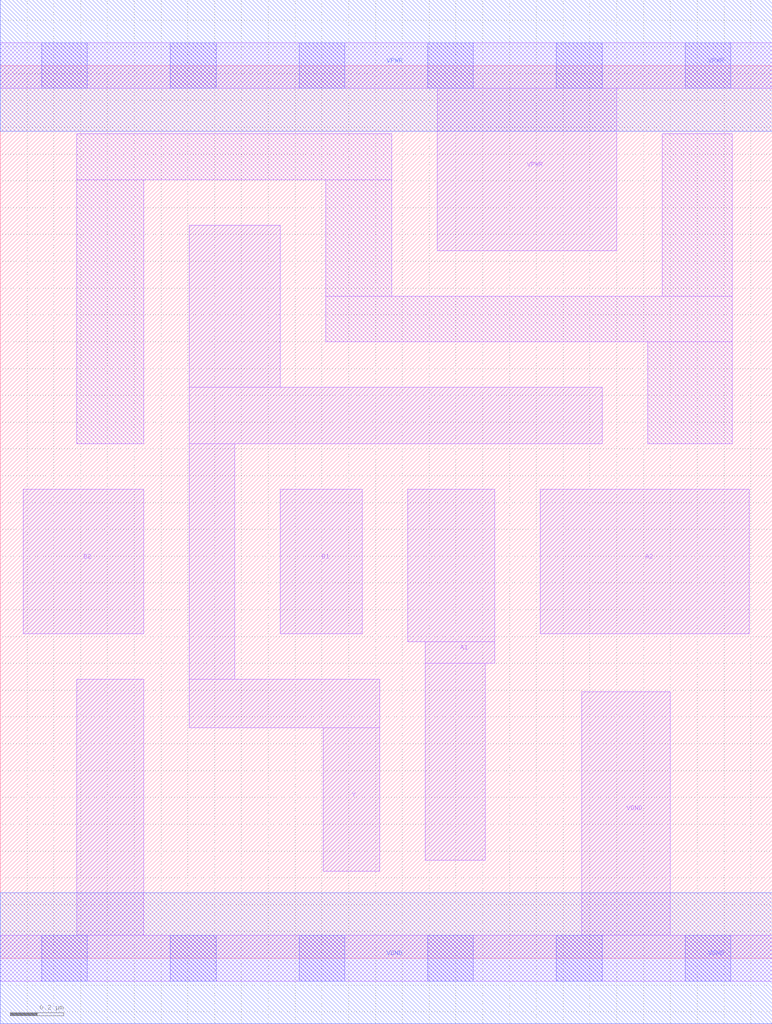
<source format=lef>
# Copyright 2020 The SkyWater PDK Authors
#
# Licensed under the Apache License, Version 2.0 (the "License");
# you may not use this file except in compliance with the License.
# You may obtain a copy of the License at
#
#     https://www.apache.org/licenses/LICENSE-2.0
#
# Unless required by applicable law or agreed to in writing, software
# distributed under the License is distributed on an "AS IS" BASIS,
# WITHOUT WARRANTIES OR CONDITIONS OF ANY KIND, either express or implied.
# See the License for the specific language governing permissions and
# limitations under the License.
#
# SPDX-License-Identifier: Apache-2.0

VERSION 5.7 ;
  NAMESCASESENSITIVE ON ;
  NOWIREEXTENSIONATPIN ON ;
  DIVIDERCHAR "/" ;
  BUSBITCHARS "[]" ;
UNITS
  DATABASE MICRONS 200 ;
END UNITS
MACRO sky130_fd_sc_lp__a22oi_1
  CLASS CORE ;
  SOURCE USER ;
  FOREIGN sky130_fd_sc_lp__a22oi_1 ;
  ORIGIN  0.000000  0.000000 ;
  SIZE  2.880000 BY  3.330000 ;
  SYMMETRY X Y R90 ;
  SITE unit ;
  PIN A1
    ANTENNAGATEAREA  0.315000 ;
    DIRECTION INPUT ;
    USE SIGNAL ;
    PORT
      LAYER li1 ;
        RECT 1.520000 1.180000 1.845000 1.750000 ;
        RECT 1.585000 0.365000 1.810000 1.100000 ;
        RECT 1.585000 1.100000 1.845000 1.180000 ;
    END
  END A1
  PIN A2
    ANTENNAGATEAREA  0.315000 ;
    DIRECTION INPUT ;
    USE SIGNAL ;
    PORT
      LAYER li1 ;
        RECT 2.015000 1.210000 2.795000 1.750000 ;
    END
  END A2
  PIN B1
    ANTENNAGATEAREA  0.315000 ;
    DIRECTION INPUT ;
    USE SIGNAL ;
    PORT
      LAYER li1 ;
        RECT 1.045000 1.210000 1.350000 1.750000 ;
    END
  END B1
  PIN B2
    ANTENNAGATEAREA  0.315000 ;
    DIRECTION INPUT ;
    USE SIGNAL ;
    PORT
      LAYER li1 ;
        RECT 0.085000 1.210000 0.535000 1.750000 ;
    END
  END B2
  PIN Y
    ANTENNADIFFAREA  0.693000 ;
    DIRECTION OUTPUT ;
    USE SIGNAL ;
    PORT
      LAYER li1 ;
        RECT 0.705000 0.860000 1.415000 1.040000 ;
        RECT 0.705000 1.040000 0.875000 1.920000 ;
        RECT 0.705000 1.920000 2.245000 2.130000 ;
        RECT 0.705000 2.130000 1.045000 2.735000 ;
        RECT 1.205000 0.325000 1.415000 0.860000 ;
    END
  END Y
  PIN VGND
    DIRECTION INOUT ;
    USE GROUND ;
    PORT
      LAYER li1 ;
        RECT 0.000000 -0.085000 2.880000 0.085000 ;
        RECT 0.285000  0.085000 0.535000 1.040000 ;
        RECT 2.170000  0.085000 2.500000 0.995000 ;
      LAYER mcon ;
        RECT 0.155000 -0.085000 0.325000 0.085000 ;
        RECT 0.635000 -0.085000 0.805000 0.085000 ;
        RECT 1.115000 -0.085000 1.285000 0.085000 ;
        RECT 1.595000 -0.085000 1.765000 0.085000 ;
        RECT 2.075000 -0.085000 2.245000 0.085000 ;
        RECT 2.555000 -0.085000 2.725000 0.085000 ;
      LAYER met1 ;
        RECT 0.000000 -0.245000 2.880000 0.245000 ;
    END
  END VGND
  PIN VPWR
    DIRECTION INOUT ;
    USE POWER ;
    PORT
      LAYER li1 ;
        RECT 0.000000 3.245000 2.880000 3.415000 ;
        RECT 1.630000 2.640000 2.300000 3.245000 ;
      LAYER mcon ;
        RECT 0.155000 3.245000 0.325000 3.415000 ;
        RECT 0.635000 3.245000 0.805000 3.415000 ;
        RECT 1.115000 3.245000 1.285000 3.415000 ;
        RECT 1.595000 3.245000 1.765000 3.415000 ;
        RECT 2.075000 3.245000 2.245000 3.415000 ;
        RECT 2.555000 3.245000 2.725000 3.415000 ;
      LAYER met1 ;
        RECT 0.000000 3.085000 2.880000 3.575000 ;
    END
  END VPWR
  OBS
    LAYER li1 ;
      RECT 0.285000 1.920000 0.535000 2.905000 ;
      RECT 0.285000 2.905000 1.460000 3.075000 ;
      RECT 1.215000 2.300000 2.730000 2.470000 ;
      RECT 1.215000 2.470000 1.460000 2.905000 ;
      RECT 2.415000 1.920000 2.730000 2.300000 ;
      RECT 2.470000 2.470000 2.730000 3.075000 ;
  END
END sky130_fd_sc_lp__a22oi_1

</source>
